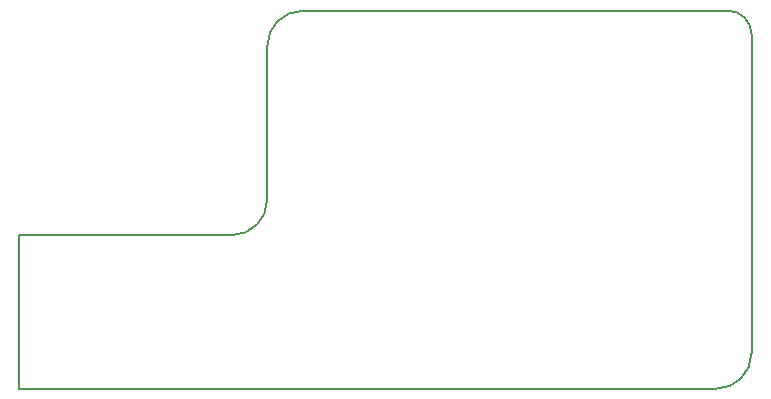
<source format=gm1>
G04 #@! TF.FileFunction,Profile,NP*
%FSLAX46Y46*%
G04 Gerber Fmt 4.6, Leading zero omitted, Abs format (unit mm)*
G04 Created by KiCad (PCBNEW 4.0.1-3.201512221402+6198~38~ubuntu14.04.1-stable) date Fri 04 Mar 2016 09:41:15 PM PST*
%MOMM*%
G01*
G04 APERTURE LIST*
%ADD10C,0.100000*%
%ADD11C,0.150000*%
G04 APERTURE END LIST*
D10*
D11*
X101000000Y-109000000D02*
X109000000Y-109000000D01*
X112000000Y-93000000D02*
X112000000Y-106000000D01*
X109000000Y-109000000D02*
G75*
G03X112000000Y-106000000I0J3000000D01*
G01*
X115000000Y-90000000D02*
G75*
G03X112000000Y-93000000I0J-3000000D01*
G01*
X151000000Y-90000000D02*
X115000000Y-90000000D01*
X91000000Y-109000000D02*
X101000000Y-109000000D01*
X91000000Y-122000000D02*
X91000000Y-109000000D01*
X94000000Y-122000000D02*
X91000000Y-122000000D01*
X150000000Y-122000000D02*
X94000000Y-122000000D01*
X153000000Y-92000000D02*
X153000000Y-119000000D01*
X150000000Y-122000000D02*
G75*
G03X153000000Y-119000000I0J3000000D01*
G01*
X153000000Y-92000000D02*
G75*
G03X151000000Y-90000000I-2000000J0D01*
G01*
M02*

</source>
